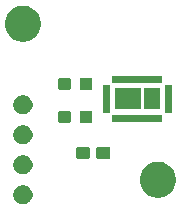
<source format=gbr>
G04 #@! TF.GenerationSoftware,KiCad,Pcbnew,(5.1.4)-1*
G04 #@! TF.CreationDate,2020-11-28T02:07:29-06:00*
G04 #@! TF.ProjectId,NO_Sensor_Breakout,4e4f5f53-656e-4736-9f72-5f427265616b,rev?*
G04 #@! TF.SameCoordinates,Original*
G04 #@! TF.FileFunction,Soldermask,Top*
G04 #@! TF.FilePolarity,Negative*
%FSLAX46Y46*%
G04 Gerber Fmt 4.6, Leading zero omitted, Abs format (unit mm)*
G04 Created by KiCad (PCBNEW (5.1.4)-1) date 2020-11-28 02:07:29*
%MOMM*%
%LPD*%
G04 APERTURE LIST*
%ADD10C,0.100000*%
G04 APERTURE END LIST*
D10*
G36*
X161781142Y-90150242D02*
G01*
X161929101Y-90211529D01*
X162062255Y-90300499D01*
X162175501Y-90413745D01*
X162264471Y-90546899D01*
X162325758Y-90694858D01*
X162357000Y-90851925D01*
X162357000Y-91012075D01*
X162325758Y-91169142D01*
X162264471Y-91317101D01*
X162175501Y-91450255D01*
X162062255Y-91563501D01*
X161929101Y-91652471D01*
X161781142Y-91713758D01*
X161624075Y-91745000D01*
X161463925Y-91745000D01*
X161306858Y-91713758D01*
X161158899Y-91652471D01*
X161025745Y-91563501D01*
X160912499Y-91450255D01*
X160823529Y-91317101D01*
X160762242Y-91169142D01*
X160731000Y-91012075D01*
X160731000Y-90851925D01*
X160762242Y-90694858D01*
X160823529Y-90546899D01*
X160912499Y-90413745D01*
X161025745Y-90300499D01*
X161158899Y-90211529D01*
X161306858Y-90150242D01*
X161463925Y-90119000D01*
X161624075Y-90119000D01*
X161781142Y-90150242D01*
X161781142Y-90150242D01*
G37*
G36*
X173209873Y-88154857D02*
G01*
X173418593Y-88196374D01*
X173695979Y-88311271D01*
X173862784Y-88422727D01*
X173936639Y-88472075D01*
X173945621Y-88478077D01*
X174157923Y-88690379D01*
X174324729Y-88940021D01*
X174439626Y-89217407D01*
X174498200Y-89511879D01*
X174498200Y-89812121D01*
X174439626Y-90106593D01*
X174324729Y-90383979D01*
X174215869Y-90546899D01*
X174157924Y-90633620D01*
X173945620Y-90845924D01*
X173936637Y-90851926D01*
X173695979Y-91012729D01*
X173418593Y-91127626D01*
X173271357Y-91156913D01*
X173124122Y-91186200D01*
X172823878Y-91186200D01*
X172676643Y-91156913D01*
X172529407Y-91127626D01*
X172252021Y-91012729D01*
X172011363Y-90851926D01*
X172002380Y-90845924D01*
X171790076Y-90633620D01*
X171732131Y-90546899D01*
X171623271Y-90383979D01*
X171508374Y-90106593D01*
X171449800Y-89812121D01*
X171449800Y-89511879D01*
X171508374Y-89217407D01*
X171623271Y-88940021D01*
X171790077Y-88690379D01*
X172002379Y-88478077D01*
X172011362Y-88472075D01*
X172085216Y-88422727D01*
X172252021Y-88311271D01*
X172529407Y-88196374D01*
X172738127Y-88154857D01*
X172823878Y-88137800D01*
X173124122Y-88137800D01*
X173209873Y-88154857D01*
X173209873Y-88154857D01*
G37*
G36*
X161781142Y-87610242D02*
G01*
X161929101Y-87671529D01*
X162062255Y-87760499D01*
X162175501Y-87873745D01*
X162264471Y-88006899D01*
X162325758Y-88154858D01*
X162357000Y-88311925D01*
X162357000Y-88472075D01*
X162325758Y-88629142D01*
X162264471Y-88777101D01*
X162175501Y-88910255D01*
X162062255Y-89023501D01*
X161929101Y-89112471D01*
X161781142Y-89173758D01*
X161624075Y-89205000D01*
X161463925Y-89205000D01*
X161306858Y-89173758D01*
X161158899Y-89112471D01*
X161025745Y-89023501D01*
X160912499Y-88910255D01*
X160823529Y-88777101D01*
X160762242Y-88629142D01*
X160731000Y-88472075D01*
X160731000Y-88311925D01*
X160762242Y-88154858D01*
X160823529Y-88006899D01*
X160912499Y-87873745D01*
X161025745Y-87760499D01*
X161158899Y-87671529D01*
X161306858Y-87610242D01*
X161463925Y-87579000D01*
X161624075Y-87579000D01*
X161781142Y-87610242D01*
X161781142Y-87610242D01*
G37*
G36*
X168775999Y-86854445D02*
G01*
X168813495Y-86865820D01*
X168848054Y-86884292D01*
X168878347Y-86909153D01*
X168903208Y-86939446D01*
X168921680Y-86974005D01*
X168933055Y-87011501D01*
X168937500Y-87056638D01*
X168937500Y-87695362D01*
X168933055Y-87740499D01*
X168921680Y-87777995D01*
X168903208Y-87812554D01*
X168878347Y-87842847D01*
X168848054Y-87867708D01*
X168813495Y-87886180D01*
X168775999Y-87897555D01*
X168730862Y-87902000D01*
X167967138Y-87902000D01*
X167922001Y-87897555D01*
X167884505Y-87886180D01*
X167849946Y-87867708D01*
X167819653Y-87842847D01*
X167794792Y-87812554D01*
X167776320Y-87777995D01*
X167764945Y-87740499D01*
X167760500Y-87695362D01*
X167760500Y-87056638D01*
X167764945Y-87011501D01*
X167776320Y-86974005D01*
X167794792Y-86939446D01*
X167819653Y-86909153D01*
X167849946Y-86884292D01*
X167884505Y-86865820D01*
X167922001Y-86854445D01*
X167967138Y-86850000D01*
X168730862Y-86850000D01*
X168775999Y-86854445D01*
X168775999Y-86854445D01*
G37*
G36*
X167050999Y-86854445D02*
G01*
X167088495Y-86865820D01*
X167123054Y-86884292D01*
X167153347Y-86909153D01*
X167178208Y-86939446D01*
X167196680Y-86974005D01*
X167208055Y-87011501D01*
X167212500Y-87056638D01*
X167212500Y-87695362D01*
X167208055Y-87740499D01*
X167196680Y-87777995D01*
X167178208Y-87812554D01*
X167153347Y-87842847D01*
X167123054Y-87867708D01*
X167088495Y-87886180D01*
X167050999Y-87897555D01*
X167005862Y-87902000D01*
X166242138Y-87902000D01*
X166197001Y-87897555D01*
X166159505Y-87886180D01*
X166124946Y-87867708D01*
X166094653Y-87842847D01*
X166069792Y-87812554D01*
X166051320Y-87777995D01*
X166039945Y-87740499D01*
X166035500Y-87695362D01*
X166035500Y-87056638D01*
X166039945Y-87011501D01*
X166051320Y-86974005D01*
X166069792Y-86939446D01*
X166094653Y-86909153D01*
X166124946Y-86884292D01*
X166159505Y-86865820D01*
X166197001Y-86854445D01*
X166242138Y-86850000D01*
X167005862Y-86850000D01*
X167050999Y-86854445D01*
X167050999Y-86854445D01*
G37*
G36*
X161781142Y-85070242D02*
G01*
X161929101Y-85131529D01*
X162062255Y-85220499D01*
X162175501Y-85333745D01*
X162264471Y-85466899D01*
X162325758Y-85614858D01*
X162357000Y-85771925D01*
X162357000Y-85932075D01*
X162325758Y-86089142D01*
X162264471Y-86237101D01*
X162175501Y-86370255D01*
X162062255Y-86483501D01*
X161929101Y-86572471D01*
X161781142Y-86633758D01*
X161624075Y-86665000D01*
X161463925Y-86665000D01*
X161306858Y-86633758D01*
X161158899Y-86572471D01*
X161025745Y-86483501D01*
X160912499Y-86370255D01*
X160823529Y-86237101D01*
X160762242Y-86089142D01*
X160731000Y-85932075D01*
X160731000Y-85771925D01*
X160762242Y-85614858D01*
X160823529Y-85466899D01*
X160912499Y-85333745D01*
X161025745Y-85220499D01*
X161158899Y-85131529D01*
X161306858Y-85070242D01*
X161463925Y-85039000D01*
X161624075Y-85039000D01*
X161781142Y-85070242D01*
X161781142Y-85070242D01*
G37*
G36*
X167254999Y-83806445D02*
G01*
X167292495Y-83817820D01*
X167327054Y-83836292D01*
X167357347Y-83861153D01*
X167382208Y-83891446D01*
X167400680Y-83926005D01*
X167412055Y-83963501D01*
X167416500Y-84008638D01*
X167416500Y-84647362D01*
X167412055Y-84692499D01*
X167400680Y-84729995D01*
X167382208Y-84764554D01*
X167357347Y-84794847D01*
X167327054Y-84819708D01*
X167292495Y-84838180D01*
X167254999Y-84849555D01*
X167209862Y-84854000D01*
X166546138Y-84854000D01*
X166501001Y-84849555D01*
X166463505Y-84838180D01*
X166428946Y-84819708D01*
X166398653Y-84794847D01*
X166373792Y-84764554D01*
X166355320Y-84729995D01*
X166343945Y-84692499D01*
X166339500Y-84647362D01*
X166339500Y-84008638D01*
X166343945Y-83963501D01*
X166355320Y-83926005D01*
X166373792Y-83891446D01*
X166398653Y-83861153D01*
X166428946Y-83836292D01*
X166463505Y-83817820D01*
X166501001Y-83806445D01*
X166546138Y-83802000D01*
X167209862Y-83802000D01*
X167254999Y-83806445D01*
X167254999Y-83806445D01*
G37*
G36*
X165429999Y-83806445D02*
G01*
X165467495Y-83817820D01*
X165502054Y-83836292D01*
X165532347Y-83861153D01*
X165557208Y-83891446D01*
X165575680Y-83926005D01*
X165587055Y-83963501D01*
X165591500Y-84008638D01*
X165591500Y-84647362D01*
X165587055Y-84692499D01*
X165575680Y-84729995D01*
X165557208Y-84764554D01*
X165532347Y-84794847D01*
X165502054Y-84819708D01*
X165467495Y-84838180D01*
X165429999Y-84849555D01*
X165384862Y-84854000D01*
X164721138Y-84854000D01*
X164676001Y-84849555D01*
X164638505Y-84838180D01*
X164603946Y-84819708D01*
X164573653Y-84794847D01*
X164548792Y-84764554D01*
X164530320Y-84729995D01*
X164518945Y-84692499D01*
X164514500Y-84647362D01*
X164514500Y-84008638D01*
X164518945Y-83963501D01*
X164530320Y-83926005D01*
X164548792Y-83891446D01*
X164573653Y-83861153D01*
X164603946Y-83836292D01*
X164638505Y-83817820D01*
X164676001Y-83806445D01*
X164721138Y-83802000D01*
X165384862Y-83802000D01*
X165429999Y-83806445D01*
X165429999Y-83806445D01*
G37*
G36*
X173340900Y-84743300D02*
G01*
X169076500Y-84743300D01*
X169076500Y-84141300D01*
X173340900Y-84141300D01*
X173340900Y-84743300D01*
X173340900Y-84743300D01*
G37*
G36*
X161781142Y-82530242D02*
G01*
X161929101Y-82591529D01*
X162062255Y-82680499D01*
X162175501Y-82793745D01*
X162264471Y-82926899D01*
X162325758Y-83074858D01*
X162357000Y-83231925D01*
X162357000Y-83392075D01*
X162325758Y-83549142D01*
X162264471Y-83697101D01*
X162175501Y-83830255D01*
X162062255Y-83943501D01*
X161929101Y-84032471D01*
X161781142Y-84093758D01*
X161624075Y-84125000D01*
X161463925Y-84125000D01*
X161306858Y-84093758D01*
X161158899Y-84032471D01*
X161025745Y-83943501D01*
X160912499Y-83830255D01*
X160823529Y-83697101D01*
X160762242Y-83549142D01*
X160731000Y-83392075D01*
X160731000Y-83231925D01*
X160762242Y-83074858D01*
X160823529Y-82926899D01*
X160912499Y-82793745D01*
X161025745Y-82680499D01*
X161158899Y-82591529D01*
X161306858Y-82530242D01*
X161463925Y-82499000D01*
X161624075Y-82499000D01*
X161781142Y-82530242D01*
X161781142Y-82530242D01*
G37*
G36*
X174164000Y-83971000D02*
G01*
X173562000Y-83971000D01*
X173562000Y-81637000D01*
X174164000Y-81637000D01*
X174164000Y-83971000D01*
X174164000Y-83971000D01*
G37*
G36*
X168906200Y-83971000D02*
G01*
X168304200Y-83971000D01*
X168304200Y-81637000D01*
X168906200Y-81637000D01*
X168906200Y-83971000D01*
X168906200Y-83971000D01*
G37*
G36*
X173112000Y-83700000D02*
G01*
X171820000Y-83700000D01*
X171820000Y-81908000D01*
X173112000Y-81908000D01*
X173112000Y-83700000D01*
X173112000Y-83700000D01*
G37*
G36*
X171510000Y-83700000D02*
G01*
X169358000Y-83700000D01*
X169358000Y-81908000D01*
X171510000Y-81908000D01*
X171510000Y-83700000D01*
X171510000Y-83700000D01*
G37*
G36*
X167254999Y-81012445D02*
G01*
X167292495Y-81023820D01*
X167327054Y-81042292D01*
X167357347Y-81067153D01*
X167382208Y-81097446D01*
X167400680Y-81132005D01*
X167412055Y-81169501D01*
X167416500Y-81214638D01*
X167416500Y-81853362D01*
X167412055Y-81898499D01*
X167400680Y-81935995D01*
X167382208Y-81970554D01*
X167357347Y-82000847D01*
X167327054Y-82025708D01*
X167292495Y-82044180D01*
X167254999Y-82055555D01*
X167209862Y-82060000D01*
X166546138Y-82060000D01*
X166501001Y-82055555D01*
X166463505Y-82044180D01*
X166428946Y-82025708D01*
X166398653Y-82000847D01*
X166373792Y-81970554D01*
X166355320Y-81935995D01*
X166343945Y-81898499D01*
X166339500Y-81853362D01*
X166339500Y-81214638D01*
X166343945Y-81169501D01*
X166355320Y-81132005D01*
X166373792Y-81097446D01*
X166398653Y-81067153D01*
X166428946Y-81042292D01*
X166463505Y-81023820D01*
X166501001Y-81012445D01*
X166546138Y-81008000D01*
X167209862Y-81008000D01*
X167254999Y-81012445D01*
X167254999Y-81012445D01*
G37*
G36*
X165429999Y-81012445D02*
G01*
X165467495Y-81023820D01*
X165502054Y-81042292D01*
X165532347Y-81067153D01*
X165557208Y-81097446D01*
X165575680Y-81132005D01*
X165587055Y-81169501D01*
X165591500Y-81214638D01*
X165591500Y-81853362D01*
X165587055Y-81898499D01*
X165575680Y-81935995D01*
X165557208Y-81970554D01*
X165532347Y-82000847D01*
X165502054Y-82025708D01*
X165467495Y-82044180D01*
X165429999Y-82055555D01*
X165384862Y-82060000D01*
X164721138Y-82060000D01*
X164676001Y-82055555D01*
X164638505Y-82044180D01*
X164603946Y-82025708D01*
X164573653Y-82000847D01*
X164548792Y-81970554D01*
X164530320Y-81935995D01*
X164518945Y-81898499D01*
X164514500Y-81853362D01*
X164514500Y-81214638D01*
X164518945Y-81169501D01*
X164530320Y-81132005D01*
X164548792Y-81097446D01*
X164573653Y-81067153D01*
X164603946Y-81042292D01*
X164638505Y-81023820D01*
X164676001Y-81012445D01*
X164721138Y-81008000D01*
X165384862Y-81008000D01*
X165429999Y-81012445D01*
X165429999Y-81012445D01*
G37*
G36*
X173340900Y-81441300D02*
G01*
X169076500Y-81441300D01*
X169076500Y-80839300D01*
X173340900Y-80839300D01*
X173340900Y-81441300D01*
X173340900Y-81441300D01*
G37*
G36*
X161841357Y-74959087D02*
G01*
X161988593Y-74988374D01*
X162265979Y-75103271D01*
X162515621Y-75270077D01*
X162727923Y-75482379D01*
X162894729Y-75732021D01*
X163009626Y-76009407D01*
X163068200Y-76303879D01*
X163068200Y-76604121D01*
X163009626Y-76898593D01*
X162894729Y-77175979D01*
X162727923Y-77425621D01*
X162515621Y-77637923D01*
X162265979Y-77804729D01*
X161988593Y-77919626D01*
X161841357Y-77948913D01*
X161694122Y-77978200D01*
X161393878Y-77978200D01*
X161246643Y-77948913D01*
X161099407Y-77919626D01*
X160822021Y-77804729D01*
X160572379Y-77637923D01*
X160360077Y-77425621D01*
X160193271Y-77175979D01*
X160078374Y-76898593D01*
X160019800Y-76604121D01*
X160019800Y-76303879D01*
X160078374Y-76009407D01*
X160193271Y-75732021D01*
X160360077Y-75482379D01*
X160572379Y-75270077D01*
X160822021Y-75103271D01*
X161099407Y-74988374D01*
X161246643Y-74959087D01*
X161393878Y-74929800D01*
X161694122Y-74929800D01*
X161841357Y-74959087D01*
X161841357Y-74959087D01*
G37*
M02*

</source>
